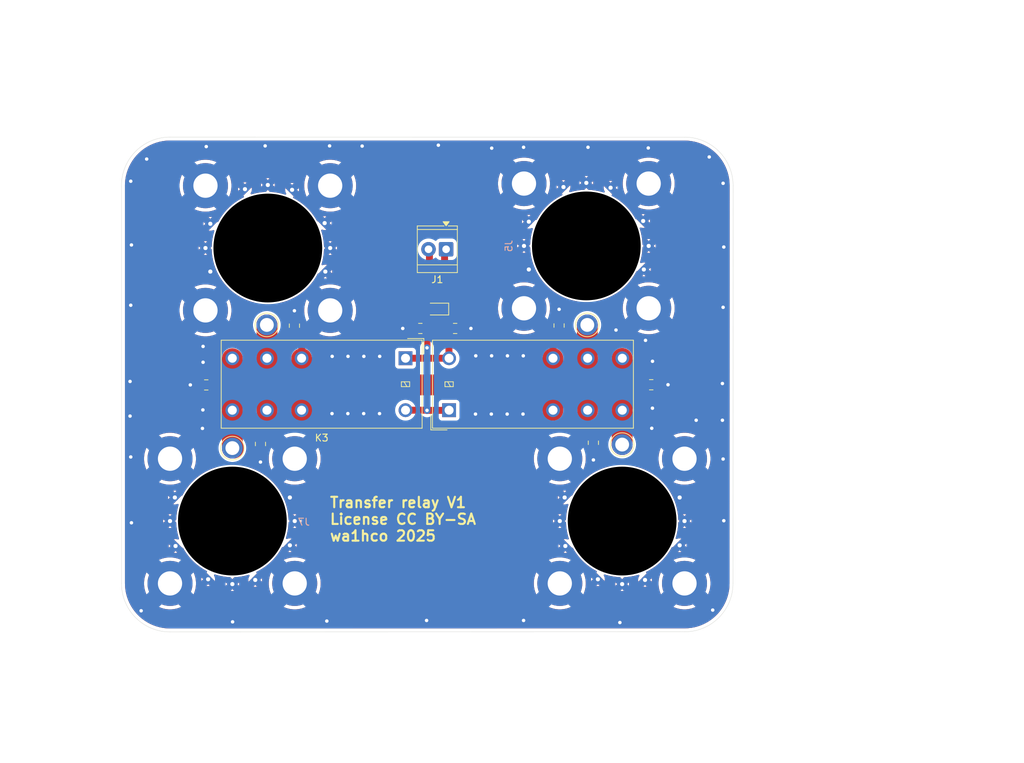
<source format=kicad_pcb>
(kicad_pcb (version 20241229) (generator "pcbnew") (generator_version "9.0")
  (layers (0 "F.Cu" signal) (2 "B.Cu" signal) (13 "F.Paste" user) (15 "B.Paste" user) (5 "F.SilkS" user "F.Silkscreen") (7 "B.SilkS" user "B.Silkscreen") (1 "F.Mask" user) (3 "B.Mask" user) (25 "Edge.Cuts" user))
  (net 0 "")
  (net 1 "/12V")
  (net 2 "GND")
  (net 3 "/Amp\\")
  (net 4 "Net-(C1-Pad2)")
  (net 5 "Net-(C6-Pad1)")
  (net 6 "Net-(C2-Pad1)")
  (net 7 "Net-(C4-Pad1)")
  (net 8 "Net-(C5-Pad2)")
  (footprint "TestPoint:TestPoint_Plated_Hole_D2.0mm" (layer "F.Cu") (at 114.046 91.44)
    (property "Reference" "H2" (hide yes))
    (property "Value" "MountingHole_Pad" (hide yes))
    (fp_circle (center 0 0) (end 0 -1.7) (stroke (width 0.12)) (fill no) (layer "F.SilkS"))
    (pad "1" thru_hole circle (at 0 0) (size 3 3) (drill 2) (layers "*.Cu" "*.Mask") (net 8 "Net-(C5-Pad2)"))
  )
  (footprint "Capacitor_SMD:C_0805_2012Metric" (layer "F.Cu") (at 105.3 100.1 180)
    (property "Reference" "C4" (hide yes))
    (property "Value" "5p" (hide yes))
    (fp_line (start -0.261252 0.735) (end 0.261252 0.735) (stroke (width 0.12)) (layer "F.SilkS"))
    (fp_line (start -0.261252 -0.735) (end 0.261252 -0.735) (stroke (width 0.12)) (layer "F.SilkS"))
    (pad "1" smd roundrect (at -0.95 0 180) (size 1 1.45) (layers "F.Cu" "F.Mask" "F.Paste") (net 7 "Net-(C4-Pad1)"))
    (pad "2" smd roundrect (at 0.95 0 180) (size 1 1.45) (layers "F.Cu" "F.Mask" "F.Paste") (net 2 "GND"))
  )
  (footprint "Capacitor_SMD:C_0805_2012Metric" (layer "F.Cu") (at 113.125 108.625 90)
    (property "Reference" "C5" (hide yes))
    (property "Value" "5p" (hide yes))
    (fp_line (start -0.261252 -0.735) (end 0.261252 -0.735) (stroke (width 0.12)) (layer "F.SilkS"))
    (fp_line (start -0.261252 0.735) (end 0.261252 0.735) (stroke (width 0.12)) (layer "F.SilkS"))
    (pad "1" smd roundrect (at -0.95 0 90) (size 1 1.45) (layers "F.Cu" "F.Mask" "F.Paste") (net 2 "GND"))
    (pad "2" smd roundrect (at 0.95 0 90) (size 1 1.45) (layers "F.Cu" "F.Mask" "F.Paste") (net 8 "Net-(C5-Pad2)"))
  )
  (footprint "Capacitor_SMD:C_0805_2012Metric" (layer "F.Cu") (at 118.025 91.55 90)
    (property "Reference" "C3" (hide yes))
    (property "Value" "5p" (hide yes))
    (fp_line (start -0.261252 -0.735) (end 0.261252 -0.735) (stroke (width 0.12)) (layer "F.SilkS"))
    (fp_line (start -0.261252 0.735) (end 0.261252 0.735) (stroke (width 0.12)) (layer "F.SilkS"))
    (pad "1" smd roundrect (at -0.95 0 90) (size 1 1.45) (layers "F.Cu" "F.Mask" "F.Paste") (net 6 "Net-(C2-Pad1)"))
    (pad "2" smd roundrect (at 0.95 0 90) (size 1 1.45) (layers "F.Cu" "F.Mask" "F.Paste") (net 2 "GND"))
  )
  (footprint "TerminalBlock_TE-Connectivity:TerminalBlock_TE_282834-2_1x02_P2.54mm_Horizontal" (layer "F.Cu") (at 139.92 80.52 180)
    (property "Reference" "J1" (at 1.27 -4.37 180) (layer "F.SilkS"))
    (property "Value" "Screw_Terminal_01x02" (hide yes))
    (fp_line (start 4.16 -3.37) (end 4.16 3.37) (stroke (width 0.12)) (layer "F.SilkS"))
    (fp_line (start 0.3 3.37) (end 4.16 3.37) (stroke (width 0.12)) (layer "F.SilkS"))
    (fp_line (start -1.62 3.37) (end -0.3 3.37) (stroke (width 0.12)) (layer "F.SilkS"))
    (fp_line (start -1.62 2.85) (end 4.16 2.85) (stroke (width 0.12)) (layer "F.SilkS"))
    (fp_line (start -1.62 -2.25) (end 4.16 -2.25) (stroke (width 0.12)) (layer "F.SilkS"))
    (fp_line (start -1.62 -3.37) (end 4.16 -3.37) (stroke (width 0.12)) (layer "F.SilkS"))
    (fp_line (start -1.62 -3.37) (end -1.62 3.37) (stroke (width 0.12)) (layer "F.SilkS"))
    (fp_poly (pts (xy 0 3.37) (xy 0.44 3.98) (xy -0.44 3.98)) (stroke (width 0.12)) (fill yes) (layer "F.SilkS"))
    (pad "1" thru_hole roundrect (at 0 0 180) (size 2.1 2.1) (drill 1.1) (layers "*.Cu" "*.Mask") (roundrect_rratio 0.119048) (net 1 "/12V"))
    (pad "2" thru_hole circle (at 2.54 0 180) (size 2.1 2.1) (drill 1.1) (layers "*.Cu" "*.Mask") (net 3 "/Amp\\"))
  )
  (footprint "Capacitor_SMD:C_0805_2012Metric" (layer "F.Cu") (at 161.175 108.45 90)
    (property "Reference" "C1" (hide yes))
    (property "Value" "5p" (hide yes))
    (fp_line (start -0.261252 -0.735) (end 0.261252 -0.735) (stroke (width 0.12)) (layer "F.SilkS"))
    (fp_line (start -0.261252 0.735) (end 0.261252 0.735) (stroke (width 0.12)) (layer "F.SilkS"))
    (pad "1" smd roundrect (at -0.95 0 90) (size 1 1.45) (layers "F.Cu" "F.Mask" "F.Paste") (net 2 "GND"))
    (pad "2" smd roundrect (at 0.95 0 90) (size 1 1.45) (layers "F.Cu" "F.Mask" "F.Paste") (net 4 "Net-(C1-Pad2)"))
  )
  (footprint "Capacitor_SMD:C_0805_2012Metric" (layer "F.Cu") (at 141.224 91.948)
    (property "Reference" "C8" (hide yes))
    (property "Value" ".01" (hide yes))
    (fp_line (start -0.261252 -0.735) (end 0.261252 -0.735) (stroke (width 0.12)) (layer "F.SilkS"))
    (fp_line (start -0.261252 0.735) (end 0.261252 0.735) (stroke (width 0.12)) (layer "F.SilkS"))
    (pad "1" smd roundrect (at -0.95 0) (size 1 1.45) (layers "F.Cu" "F.Mask" "F.Paste") (net 1 "/12V"))
    (pad "2" smd roundrect (at 0.95 0) (size 1 1.45) (layers "F.Cu" "F.Mask" "F.Paste") (net 2 "GND"))
  )
  (footprint "Relay_4to1:Relay_SPDT_Omron_G2RL-1-E" (layer "F.Cu") (at 114.16 100 -90)
    (property "Reference" "K3" (at 7.75 -7.8 0) (layer "F.SilkS"))
    (property "Value" "G2RL-1-E")
    (fp_line (start -6.35 6.7) (end 6.35 6.7) (stroke (width 0.12)) (layer "F.SilkS"))
    (fp_line (start 6.35 6.7) (end 6.35 -22.3) (stroke (width 0.12)) (layer "F.SilkS"))
    (fp_line (start -0.35 -19.3) (end 0.35 -19.3) (stroke (width 0.12)) (layer "F.SilkS"))
    (fp_line (start 0.35 -19.3) (end 0.35 -20.5) (stroke (width 0.12)) (layer "F.SilkS"))
    (fp_line (start -0.35 -19.7) (end 0.35 -20.1) (stroke (width 0.12)) (layer "F.SilkS"))
    (fp_line (start -6.59 -20.2) (end -6.59 -22.54) (stroke (width 0.12)) (layer "F.SilkS"))
    (fp_line (start -0.35 -20.5) (end -0.35 -19.3) (stroke (width 0.12)) (layer "F.SilkS"))
    (fp_line (start 0.35 -20.5) (end -0.35 -20.5) (stroke (width 0.12)) (layer "F.SilkS"))
    (fp_line (start -6.35 -22.3) (end -6.35 6.7) (stroke (width 0.12)) (layer "F.SilkS"))
    (fp_line (start 6.35 -22.3) (end -6.35 -22.3) (stroke (width 0.12)) (layer "F.SilkS"))
    (fp_line (start -6.59 -22.54) (end -4.4 -22.54) (stroke (width 0.12)) (layer "F.SilkS"))
    (pad "11" thru_hole circle (at -3.75 0.1 270) (size 2 2) (drill 1.3) (layers "*.Cu" "*.Mask") (net 8 "Net-(C5-Pad2)"))
    (pad "11" thru_hole circle (at 3.75 0.1 270) (size 2 2) (drill 1.3) (layers "*.Cu" "*.Mask") (net 8 "Net-(C5-Pad2)"))
    (pad "12" thru_hole circle (at -3.75 -4.9 270) (size 2 2) (drill 1.3) (layers "*.Cu" "*.Mask") (net 6 "Net-(C2-Pad1)"))
    (pad "12" thru_hole circle (at 3.75 -4.9 270) (size 2 2) (drill 1.3) (layers "*.Cu" "*.Mask") (net 6 "Net-(C2-Pad1)"))
    (pad "14" thru_hole circle (at -3.75 5.1 270) (size 2 2) (drill 1.3) (layers "*.Cu" "*.Mask") (net 7 "Net-(C4-Pad1)"))
    (pad "14" thru_hole circle (at 3.75 5.1 270) (size 2 2) (drill 1.3) (layers "*.Cu" "*.Mask") (net 7 "Net-(C4-Pad1)"))
    (pad "A1" thru_hole rect (at -3.75 -19.9 270) (size 2 2) (drill 1.3) (layers "*.Cu" "*.Mask") (net 1 "/12V"))
    (pad "A2" thru_hole circle (at 3.75 -19.9 270) (size 2 2) (drill 1.3) (layers "*.Cu" "*.Mask") (net 3 "/Amp\\"))
  )
  (footprint "TestPoint:TestPoint_Plated_Hole_D2.0mm" (layer "F.Cu") (at 160.3 91.44)
    (property "Reference" "H4" (hide yes))
    (property "Value" "MountingHole_Pad" (hide yes))
    (fp_circle (center 0 0) (end 0 -1.7) (stroke (width 0.12)) (fill no) (layer "F.SilkS"))
    (pad "1" thru_hole circle (at 0 0) (size 3 3) (drill 2) (layers "*.Cu" "*.Mask") (net 4 "Net-(C1-Pad2)"))
  )
  (footprint "Capacitor_SMD:C_0805_2012Metric" (layer "F.Cu") (at 136.2 91.95 180)
    (property "Reference" "C14" (hide yes))
    (property "Value" ".01" (hide yes))
    (fp_line (start -0.261252 0.735) (end 0.261252 0.735) (stroke (width 0.12)) (layer "F.SilkS"))
    (fp_line (start -0.261252 -0.735) (end 0.261252 -0.735) (stroke (width 0.12)) (layer "F.SilkS"))
    (pad "1" smd roundrect (at -0.95 0 180) (size 1 1.45) (layers "F.Cu" "F.Mask" "F.Paste") (net 3 "/Amp\\"))
    (pad "2" smd roundrect (at 0.95 0 180) (size 1 1.45) (layers "F.Cu" "F.Mask" "F.Paste") (net 2 "GND"))
  )
  (footprint "TestPoint:TestPoint_Plated_Hole_D2.0mm" (layer "F.Cu") (at 165.3286 108.712)
    (property "Reference" "H1" (hide yes))
    (property "Value" "MountingHole_Pad" (hide yes))
    (fp_circle (center 0 0) (end 0 -1.7) (stroke (width 0.12)) (fill no) (layer "F.SilkS"))
    (pad "1" thru_hole circle (at 0 0) (size 3 3) (drill 2) (layers "*.Cu" "*.Mask") (net 5 "Net-(C6-Pad1)"))
  )
  (footprint "TestPoint:TestPoint_Plated_Hole_D2.0mm" (layer "F.Cu") (at 109.0676 109.22)
    (property "Reference" "H3" (hide yes))
    (property "Value" "MountingHole_Pad" (hide yes))
    (fp_circle (center 0 0) (end 0 -1.7) (stroke (width 0.12)) (fill no) (layer "F.SilkS"))
    (pad "1" thru_hole circle (at 0 0) (size 3 3) (drill 2) (layers "*.Cu" "*.Mask") (net 7 "Net-(C4-Pad1)"))
  )
  (footprint "Capacitor_SMD:C_0805_2012Metric" (layer "F.Cu") (at 169.525 100.075)
    (property "Reference" "C6" (hide yes))
    (property "Value" "5p" (hide yes))
    (fp_line (start -0.261252 -0.735) (end 0.261252 -0.735) (stroke (width 0.12)) (layer "F.SilkS"))
    (fp_line (start -0.261252 0.735) (end 0.261252 0.735) (stroke (width 0.12)) (layer "F.SilkS"))
    (pad "1" smd roundrect (at -0.95 0) (size 1 1.45) (layers "F.Cu" "F.Mask" "F.Paste") (net 5 "Net-(C6-Pad1)"))
    (pad "2" smd roundrect (at 0.95 0) (size 1 1.45) (layers "F.Cu" "F.Mask" "F.Paste") (net 2 "GND"))
  )
  (footprint "Relay_4to1:Relay_SPDT_Omron_G2RL-1-E" (layer "F.Cu") (at 160.25 100 90)
    (property "Reference" "K2" (hide yes))
    (property "Value" "G2RL-1-E" (hide yes))
    (fp_line (start -6.59 -22.54) (end -4.4 -22.54) (stroke (width 0.12)) (layer "F.SilkS"))
    (fp_line (start 6.35 -22.3) (end -6.35 -22.3) (stroke (width 0.12)) (layer "F.SilkS"))
    (fp_line (start -6.35 -22.3) (end -6.35 6.7) (stroke (width 0.12)) (layer "F.SilkS"))
    (fp_line (start 0.35 -20.5) (end -0.35 -20.5) (stroke (width 0.12)) (layer "F.SilkS"))
    (fp_line (start -0.35 -20.5) (end -0.35 -19.3) (stroke (width 0.12)) (layer "F.SilkS"))
    (fp_line (start -6.59 -20.2) (end -6.59 -22.54) (stroke (width 0.12)) (layer "F.SilkS"))
    (fp_line (start -0.35 -19.7) (end 0.35 -20.1) (stroke (width 0.12)) (layer "F.SilkS"))
    (fp_line (start 0.35 -19.3) (end 0.35 -20.5) (stroke (width 0.12)) (layer "F.SilkS"))
    (fp_line (start -0.35 -19.3) (end 0.35 -19.3) (stroke (width 0.12)) (layer "F.SilkS"))
    (fp_line (start 6.35 6.7) (end 6.35 -22.3) (stroke (width 0.12)) (layer "F.SilkS"))
    (fp_line (start -6.35 6.7) (end 6.35 6.7) (stroke (width 0.12)) (layer "F.SilkS"))
    (pad "11" thru_hole circle (at -3.75 0.1 90) (size 2 2) (drill 1.3) (layers "*.Cu" "*.Mask") (net 4 "Net-(C1-Pad2)"))
    (pad "11" thru_hole circle (at 3.75 0.1 90) (size 2 2) (drill 1.3) (layers "*.Cu" "*.Mask") (net 4 "Net-(C1-Pad2)"))
    (pad "12" thru_hole circle (at -3.75 -4.9 90) (size 2 2) (drill 1.3) (layers "*.Cu" "*.Mask") (net 6 "Net-(C2-Pad1)"))
    (pad "12" thru_hole circle (at 3.75 -4.9 90) (size 2 2) (drill 1.3) (layers "*.Cu" "*.Mask") (net 6 "Net-(C2-Pad1)"))
    (pad "14" thru_hole circle (at -3.75 5.1 90) (size 2 2) (drill 1.3) (layers "*.Cu" "*.Mask") (net 5 "Net-(C6-Pad1)"))
    (pad "14" thru_hole circle (at 3.75 5.1 90) (size 2 2) (drill 1.3) (layers "*.Cu" "*.Mask") (net 5 "Net-(C6-Pad1)"))
    (pad "A1" thru_hole rect (at -3.75 -19.9 90) (size 2 2) (drill 1.3) (layers "*.Cu" "*.Mask") (net 3 "/Amp\\"))
    (pad "A2" thru_hole circle (at 3.75 -19.9 90) (size 2 2) (drill 1.3) (layers "*.Cu" "*.Mask") (net 1 "/12V"))
  )
  (footprint "Capacitor_SMD:C_0805_2012Metric" (layer "F.Cu") (at 156.225 91.525 90)
    (property "Reference" "C2" (hide yes))
    (property "Value" "5p" (hide yes))
    (fp_line (start -0.261252 -0.735) (end 0.261252 -0.735) (stroke (width 0.12)) (layer "F.SilkS"))
    (fp_line (start -0.261252 0.735) (end 0.261252 0.735) (stroke (width 0.12)) (layer "F.SilkS"))
    (pad "1" smd roundrect (at -0.95 0 90) (size 1 1.45) (layers "F.Cu" "F.Mask" "F.Paste") (net 6 "Net-(C2-Pad1)"))
    (pad "2" smd roundrect (at 0.95 0 90) (size 1 1.45) (layers "F.Cu" "F.Mask" "F.Paste") (net 2 "GND"))
  )
  (footprint "Diode_SMD:D_SOD-323" (layer "F.Cu") (at 138.684 89.154 180)
    (property "Reference" "D1" (hide yes))
    (property "Value" "D" (hide yes))
    (fp_line (start -1.61 0.85) (end 1.05 0.85) (stroke (width 0.12)) (layer "F.SilkS"))
    (fp_line (start -1.61 -0.85) (end 1.05 -0.85) (stroke (width 0.12)) (layer "F.SilkS"))
    (fp_line (start -1.61 -0.85) (end -1.61 0.85) (stroke (width 0.12)) (layer "F.SilkS"))
    (pad "1" smd roundrect (at -1.05 0 180) (size 0.6 0.45) (layers "F.Cu" "F.Mask" "F.Paste") (net 1 "/12V"))
    (pad "2" smd roundrect (at 1.05 0 180) (size 0.6 0.45) (layers "F.Cu" "F.Mask" "F.Paste") (net 3 "/Amp\\"))
  )
  (footprint "Relay_4to1:UHF_SO-239" (layer "B.Cu") (at 114.185818 80.343989)
    (property "Reference" "J8" (hide yes))
    (property "Value" "SO-239" (hide yes))
    (pad "" np_thru_hole circle (at 0 0) (size 16.8 16.8) (drill 15.7) (layers))
    (pad "2" thru_hole circle (at -9 -9) (size 6.5 6.5) (drill 3.5) (layers "*.Cu" "*.Mask") (net 2 "GND"))
    (pad "2" thru_hole circle (at -9 0) (size 1 1) (drill 0.6) (layers "*.Cu" "*.Mask") (net 2 "GND"))
    (pad "2" thru_hole circle (at -9 9) (size 6.5 6.5) (drill 3.5) (layers "*.Cu" "*.Mask") (net 2 "GND"))
    (pad "2" thru_hole circle (at -8.3 -3.5) (size 1 1) (drill 0.6) (layers "*.Cu" "*.Mask") (net 2 "GND"))
    (pad "2" thru_hole circle (at -8.3 3.4) (size 1 1) (drill 0.6) (layers "*.Cu" "*.Mask") (net 2 "GND"))
    (pad "2" thru_hole circle (at -3.3 -8.5) (size 1 1) (drill 0.6) (layers "*.Cu" "*.Mask") (net 2 "GND"))
    (pad "2" thru_hole circle (at 0 -9.1) (size 1 1) (drill 0.6) (layers "*.Cu" "*.Mask") (net 2 "GND"))
    (pad "2" thru_hole circle (at 3.5 -8.4) (size 1 1) (drill 0.6) (layers "*.Cu" "*.Mask") (net 2 "GND"))
    (pad "2" thru_hole circle (at 8.2 -3.6) (size 1 1) (drill 0.6) (layers "*.Cu" "*.Mask") (net 2 "GND"))
    (pad "2" thru_hole circle (at 8.3 3.4) (size 1 1) (drill 0.6) (layers "*.Cu" "*.Mask") (net 2 "GND"))
    (pad "2" thru_hole circle (at 9 -9) (size 6.5 6.5) (drill 3.5) (layers "*.Cu" "*.Mask") (net 2 "GND"))
    (pad "2" thru_hole circle (at 9 0) (size 1 1) (drill 0.6) (layers "*.Cu" "*.Mask") (net 2 "GND"))
    (pad "2" thru_hole circle (at 9 9) (size 6.5 6.5) (drill 3.5) (layers "*.Cu" "*.Mask") (net 2 "GND"))
  )
  (footprint "Relay_4to1:UHF_SO-239" (layer "B.Cu") (at 165.3286 119.751139 180)
    (property "Reference" "J6" (hide yes))
    (property "Value" "SO-239" (hide yes))
    (pad "" np_thru_hole circle (at 0 0 180) (size 16.8 16.8) (drill 15.7) (layers))
    (pad "2" thru_hole circle (at -9 -9 180) (size 6.5 6.5) (drill 3.5) (layers "*.Cu" "*.Mask") (net 2 "GND"))
    (pad "2" thru_hole circle (at -9 0 180) (size 1 1) (drill 0.6) (layers "*.Cu" "*.Mask") (net 2 "GND"))
    (pad "2" thru_hole circle (at -9 9 180) (size 6.5 6.5) (drill 3.5) (layers "*.Cu" "*.Mask") (net 2 "GND"))
    (pad "2" thru_hole circle (at -8.3 -3.5 180) (size 1 1) (drill 0.6) (layers "*.Cu" "*.Mask") (net 2 "GND"))
    (pad "2" thru_hole circle (at -8.3 3.4 180) (size 1 1) (drill 0.6) (layers "*.Cu" "*.Mask") (net 2 "GND"))
    (pad "2" thru_hole circle (at -3.3 -8.5 180) (size 1 1) (drill 0.6) (layers "*.Cu" "*.Mask") (net 2 "GND"))
    (pad "2" thru_hole circle (at 0 -9.1 180) (size 1 1) (drill 0.6) (layers "*.Cu" "*.Mask") (net 2 "GND"))
    (pad "2" thru_hole circle (at 3.5 -8.4 180) (size 1 1) (drill 0.6) (layers "*.Cu" "*.Mask") (net 2 "GND"))
    (pad "2" thru_hole circle (at 8.2 -3.6 180) (size 1 1) (drill 0.6) (layers "*.Cu" "*.Mask") (net 2 "GND"))
    (pad "2" thru_hole circle (at 8.3 3.4 180) (size 1 1) (drill 0.6) (layers "*.Cu" "*.Mask") (net 2 "GND"))
    (pad "2" thru_hole circle (at 9 -9 180) (size 6.5 6.5) (drill 3.5) (layers "*.Cu" "*.Mask") (net 2 "GND"))
    (pad "2" thru_hole circle (at 9 0 180) (size 1 1) (drill 0.6) (layers "*.Cu" "*.Mask") (net 2 "GND"))
    (pad "2" thru_hole circle (at 9 9 180) (size 6.5 6.5) (drill 3.5) (layers "*.Cu" "*.Mask") (net 2 "GND"))
  )
  (footprint "Relay_4to1:UHF_SO-239" (layer "B.Cu") (at 160.159818 80.039189)
    (property "Reference" "J5" (at -11.184818 0.010811 90) (layer "B.SilkS") (effects (justify mirror)))
    (property "Value" "SO-239" (hide yes))
    (pad "" np_thru_hole circle (at 0 0) (size 16.8 16.8) (drill 15.7) (layers))
    (pad "2" thru_hole circle (at -9 -9) (size 6.5 6.5) (drill 3.5) (layers "*.Cu" "*.Mask") (net 2 "GND"))
    (pad "2" thru_hole circle (at -9 0) (size 1 1) (drill 0.6) (layers "*.Cu" "*.Mask") (net 2 "GND"))
    (pad "2" thru_hole circle (at -9 9) (size 6.5 6.5) (drill 3.5) (layers "*.Cu" "*.Mask") (net 2 "GND"))
    (pad "2" thru_hole circle (at -8.3 -3.5) (size 1 1) (drill 0.6) (layers "*.Cu" "*.Mask") (net 2 "GND"))
    (pad "2" thru_hole circle (at -8.3 3.4) (size 1 1) (drill 0.6) (layers "*.Cu" "*.Mask") (net 2 "GND"))
    (pad "2" thru_hole circle (at -3.3 -8.5) (size 1 1) (drill 0.6) (layers "*.Cu" "*.Mask") (net 2 "GND"))
    (pad "2" thru_hole circle (at 0 -9.1) (size 1 1) (drill 0.6) (layers "*.Cu" "*.Mask") (net 2 "GND"))
    (pad "2" thru_hole circle (at 3.5 -8.4) (size 1 1) (drill 0.6) (layers "*.Cu" "*.Mask") (net 2 "GND"))
    (pad "2" thru_hole circle (at 8.2 -3.6) (size 1 1) (drill 0.6) (layers "*.Cu" "*.Mask") (net 2 "GND"))
    (pad "2" thru_hole circle (at 8.3 3.4) (size 1 1) (drill 0.6) (layers "*.Cu" "*.Mask") (net 2 "GND"))
    (pad "2" thru_hole circle (at 9 -9) (size 6.5 6.5) (drill 3.5) (layers "*.Cu" "*.Mask") (net 2 "GND"))
    (pad "2" thru_hole circle (at 9 0) (size 1 1) (drill 0.6) (layers "*.Cu" "*.Mask") (net 2 "GND"))
    (pad "2" thru_hole circle (at 9 9) (size 6.5 6.5) (drill 3.5) (layers "*.Cu" "*.Mask") (net 2 "GND"))
  )
  (footprint "Relay_4to1:UHF_SO-239" (layer "B.Cu") (at 109.0676 119.751139 180)
    (property "Reference" "J7" (at -10.312918 -0.136861 180) (layer "B.SilkS") (effects (justify mirror)))
    (property "Value" "SO-239" (hide yes))
    (pad "" np_thru_hole circle (at 0 0 180) (size 16.8 16.8) (drill 15.7) (layers))
    (pad "2" thru_hole circle (at -9 -9 180) (size 6.5 6.5) (drill 3.5) (layers "*.Cu" "*.Mask") (net 2 "GND"))
    (pad "2" thru_hole circle (at -9 0 180) (size 1 1) (drill 0.6) (layers "*.Cu" "*.Mask") (net 2 "GND"))
    (pad "2" thru_hole circle (at -9 9 180) (size 6.5 6.5) (drill 3.5) (layers "*.Cu" "*.Mask") (net 2 "GND"))
    (pad "2" thru_hole circle (at -8.3 -3.5 180) (size 1 1) (drill 0.6) (layers "*.Cu" "*.Mask") (net 2 "GND"))
    (pad "2" thru_hole circle (at -8.3 3.4 180) (size 1 1) (drill 0.6) (layers "*.Cu" "*.Mask") (net 2 "GND"))
    (pad "2" thru_hole circle (at -3.3 -8.5 180) (size 1 1) (drill 0.6) (layers "*.Cu" "*.Mask") (net 2 "GND"))
    (pad "2" thru_hole circle (at 0 -9.1 180) (size 1 1) (drill 0.6) (layers "*.Cu" "*.Mask") (net 2 "GND"))
    (pad "2" thru_hole circle (at 3.5 -8.4 180) (size 1 1) (drill 0.6) (layers "*.Cu" "*.Mask") (net 2 "GND"))
    (pad "2" thru_hole circle (at 8.2 -3.6 180) (size 1 1) (drill 0.6) (layers "*.Cu" "*.Mask") (net 2 "GND"))
    (pad "2" thru_hole circle (at 8.3 3.4 180) (size 1 1) (drill 0.6) (layers "*.Cu" "*.Mask") (net 2 "GND"))
    (pad "2" thru_hole circle (at 9 -9 180) (size 6.5 6.5) (drill 3.5) (layers "*.Cu" "*.Mask") (net 2 "GND"))
    (pad "2" thru_hole circle (at 9 0 180) (size 1 1) (drill 0.6) (layers "*.Cu" "*.Mask") (net 2 "GND"))
    (pad "2" thru_hole circle (at 9 9 180) (size 6.5 6.5) (drill 3.5) (layers "*.Cu" "*.Mask") (net 2 "GND"))
  )
  (gr_arc (start 100.066846 135.753713) (mid 95.111637 133.69873) (end 93.065082 128.740034) (stroke (width 0.05)) (layer "Edge.Cuts"))
  (gr_line (start 100.050968 64.328335) (end 174.345082 64.337322) (stroke (width 0.05)) (layer "Edge.Cuts"))
  (gr_arc (start 93.061143 71.465813) (mid 95.060386 66.432966) (end 100.050082 64.328339) (stroke (width 0.05)) (layer "Edge.Cuts"))
  (gr_line (start 93.065082 128.740034) (end 93.065082 71.465739) (stroke (width 0.05)) (layer "Edge.Cuts"))
  (gr_arc (start 181.329762 128.751939) (mid 179.283997 133.690854) (end 174.345082 135.736619) (stroke (width 0.05)) (layer "Edge.Cuts"))
  (gr_arc (start 174.345082 64.335486) (mid 179.294831 66.385739) (end 181.345084 71.335488) (stroke (width 0.05)) (layer "Edge.Cuts"))
  (gr_line (start 174.345082 135.736561) (end 100.066846 135.753713) (stroke (width 0.05)) (layer "Edge.Cuts"))
  (gr_line (start 181.345084 71.335489) (end 181.330082 128.746289) (stroke (width 0.05)) (layer "Edge.Cuts"))
  (gr_text "Transfer relay V1\nLicense CC BY-SA\nwa1hco 2025" (at 123 122.78 0) (layer "F.SilkS") (effects (font (size 1.5 1.5) (thickness 0.3) (bold yes)) (justify left bottom)))
  (segment (start 140.331082 89.751082) (end 139.734 89.154) (width 1) (layer "F.Cu") (net 1))
  (segment (start 139.734 89.154) (end 139.7 89.12) (width 1) (layer "F.Cu") (net 1))
  (segment (start 139.7 80.88) (end 139.92 80.66) (width 1) (layer "F.Cu") (net 1))
  (segment (start 139.7 89.12) (end 139.7 80.88) (width 1) (layer "F.Cu") (net 1))
  (segment (start 139.92 80.66) (end 139.92 80.52) (width 1) (layer "F.Cu") (net 1))
  (segment (start 140.35 96.25) (end 134.06 96.25) (width 1) (layer "F.Cu") (net 1))
  (segment (start 140.331082 96.273139) (end 140.331082 89.751082) (width 1) (layer "F.Cu") (net 1))
  (segment (start 104.35 100.1) (end 102.99 100.1) (width 1) (layer "F.Cu") (net 2))
  (segment (start 161.175 110.925) (end 161.17 110.93) (width 1) (layer "F.Cu") (net 2))
  (segment (start 143.5 91.948) (end 142.174 91.948) (width 1) (layer "F.Cu") (net 2))
  (segment (start 161.175 109.4) (end 161.175 110.925) (width 1) (layer "F.Cu") (net 2))
  (segment (start 170.475 100.075) (end 171.95 100.075) (width 1) (layer "F.Cu") (net 2))
  (segment (start 113.125 109.575) (end 113.125 111.235) (width 1) (layer "F.Cu") (net 2))
  (segment (start 156.225 89.195) (end 156.23 89.19) (width 1) (layer "F.Cu") (net 2))
  (segment (start 135.25 91.95) (end 133.66 91.95) (width 1) (layer "F.Cu") (net 2))
  (segment (start 118.025 90.6) (end 118.025 89.395) (width 1) (layer "F.Cu") (net 2))
  (segment (start 156.225 90.575) (end 156.225 89.195) (width 1) (layer "F.Cu") (net 2))
  (via (at 179.9 110.8) (size 1) (drill 0.5) (layers "F.Cu" "B.Cu") (net 2))
  (via (at 179.9 71) (size 1) (drill 0.5) (layers "F.Cu" "B.Cu") (net 2))
  (via (at 105.3 65.7) (size 1) (drill 0.5) (layers "F.Cu" "B.Cu") (net 2))
  (via (at 176.014 105.2) (size 1) (drill 0.5) (layers "F.Cu" "B.Cu") (net 2))
  (via (at 104.75 106.38) (size 1) (drill 0.5) (layers "F.Cu" "B.Cu") (net 2))
  (via (at 109.1 134.3) (size 1) (drill 0.5) (layers "F.Cu" "B.Cu") (net 2))
  (via (at 179.9 88.9) (size 1) (drill 0.5) (layers "F.Cu" "B.Cu") (net 2))
  (via (at 171.95 100.075) (size 1) (drill 0.5) (layers "F.Cu" "B.Cu") (net 2))
  (via (at 177.9 67.2) (size 1) (drill 0.5) (layers "F.Cu" "B.Cu") (net 2))
  (via (at 104.84 96.83) (size 1) (drill 0.5) (layers "F.Cu" "B.Cu") (net 2))
  (via (at 94.3 104.6) (size 1) (drill 0.5) (layers "F.Cu" "B.Cu") (net 2))
  (via (at 94.4 88.6) (size 1) (drill 0.5) (layers "F.Cu" "B.Cu") (net 2))
  (via (at 94.4 110.5) (size 1) (drill 0.5) (layers "F.Cu" "B.Cu") (net 2))
  (via (at 156.23 89.19) (size 1) (drill 0.5) (layers "F.Cu" "B.Cu") (net 2))
  (via (at 94.5 79.9) (size 1) (drill 0.5) (layers "F.Cu" "B.Cu") (net 2))
  (via (at 130.332 95.98) (size 1) (drill 0.5) (layers "F.Cu" "B.Cu") (net 2))
  (via (at 94.3 99.6) (size 1) (drill 0.5) (layers "F.Cu" "B.Cu") (net 2))
  (via (at 94.5 120) (size 1) (drill 0.5) (layers "F.Cu" "B.Cu") (net 2))
  (via (at 169.71 96.69) (size 1) (drill 0.5) (layers "F.Cu" "B.Cu") (net 2))
  (via (at 127.8 65.628) (size 1) (drill 0.5) (layers "F.Cu" "B.Cu") (net 2))
  (via (at 130.308 104.24) (size 1) (drill 0.5) (layers "F.Cu" "B.Cu") (net 2))
  (via (at 146.5 65.928) (size 1) (drill 0.5) (layers "F.Cu" "B.Cu") (net 2))
  (via (at 180 119.7) (size 1) (drill 0.5) (layers "F.Cu" "B.Cu") (net 2))
  (via (at 125.76 95.98) (size 1) (drill 0.5) (layers "F.Cu" "B.Cu") (net 2))
  (via (at 160.4 65.8) (size 1) (drill 0.5) (layers "F.Cu" "B.Cu") (net 2))
  (via (at 151.018 104.31) (size 1) (drill 0.5) (layers "F.Cu" "B.Cu") (net 2))
  (via (at 123.45 104.24) (size 1) (drill 0.5) (layers "F.Cu" "B.Cu") (net 2))
  (via (at 169.7 103.46) (size 1) (drill 0.5) (layers "F.Cu" "B.Cu") (net 2))
  (via (at 161.18 110.93) (size 1) (drill 0.5) (layers "F.Cu" "B.Cu") (net 2))
  (via (at 123.474 95.98) (size 1) (drill 0.5) (layers "F.Cu" "B.Cu") (net 2))
  (via (at 103 100.1) (size 1) (drill 0.5) (layers "F.Cu" "B.Cu") (net 2))
  (via (at 104.84 94.544) (size 1) (drill 0.5) (layers "F.Cu" "B.Cu") (net 2))
  (via (at 168.7 93.67) (size 1) (drill 0.5) (layers "F.Cu" "B.Cu") (net 2))
  (via (at 95.9 132.7) (size 1) (drill 0.5) (layers "F.Cu" "B.Cu") (net 2))
  (via (at 113.8 65.6) (size 1) (drill 0.5) (layers "F.Cu" "B.Cu") (net 2))
  (via (at 146.486 95.9) (size 1) (drill 0.5) (layers "F.Cu" "B.Cu") (net 2))
  (via (at 169.1 65.9) (size 1) (drill 0.5) (layers "F.Cu" "B.Cu") (net 2))
  (via (at 146.446 104.31) (size 1) (drill 0.5) (layers "F.Cu" "B.Cu") (net 2))
  (via (at 118.025 89.395) (size 1) (drill 0.5) (layers "F.Cu" "B.Cu") (net 2))
  (via (at 179.8 105.2) (size 1) (drill 0.5) (layers "F.Cu" "B.Cu") (net 2))
  (via (at 143.5 91.948) (size 1) (drill 0.5) (layers "F.Cu" "B.Cu") (net 2))
  (via (at 148.732 104.31) (size 1) (drill 0.5) (layers "F.Cu" "B.Cu") (net 2))
  (via (at 180 80.2) (size 1) (drill 0.5) (layers "F.Cu" "B.Cu") (net 2))
  (via (at 113.125 111.235) (size 1) (drill 0.5) (layers "F.Cu" "B.Cu") (net 2))
  (via (at 178.4 132.6) (size 1) (drill 0.5) (layers "F.Cu" "B.Cu") (net 2))
  (via (at 144.16 104.31) (size 1) (drill 0.5) (layers "F.Cu" "B.Cu") (net 2))
  (via (at 138.8 65.5) (size 1) (drill 0.5) (layers "F.Cu" "B.Cu") (net 2))
  (via (at 128.046 95.98) (size 1) (drill 0.5) (layers "F.Cu" "B.Cu") (net 2))
  (via (at 125.736 104.24) (size 1) (drill 0.5) (layers "F.Cu" "B.Cu") (net 2))
  (via (at 165 134.4) (size 1) (drill 0.5) (layers "F.Cu" "B.Cu") (net 2))
  (via (at 151.1 134.1) (size 1) (drill 0.5) (layers "F.Cu" "B.Cu") (net 2))
  (via (at 104.81 103.71) (size 1) (drill 0.5) (layers "F.Cu" "B.Cu") (net 2))
  (via (at 128.022 104.24) (size 1) (drill 0.5) (layers "F.Cu" "B.Cu") (net 2))
  (via (at 148.772 95.9) (size 1) (drill 0.5) (layers "F.Cu" "B.Cu") (net 2))
  (via (at 179.8 99.9) (size 1) (drill 0.5) (layers "F.Cu" "B.Cu") (net 2))
  (via (at 133.66 91.95) (size 1) (drill 0.5) (layers "F.Cu" "B.Cu") (net 2))
  (via (at 169.6 106.359975) (size 1) (drill 0.5) (layers "F.Cu" "B.Cu") (net 2))
  (via (at 164.44 92.18) (size 1) (drill 0.5) (layers "F.Cu" "B.Cu") (net 2))
  (via (at 123.1 65.6) (size 1) (drill 0.5) (layers "F.Cu" "B.Cu") (net 2))
  (via (at 137.1 134.1) (size 1) (drill 0.5) (layers "F.Cu" "B.Cu") (net 2))
  (via (at 96.7 67.5) (size 1) (drill 0.5) (layers "F.Cu" "B.Cu") (net 2))
  (via (at 151.1 65.8) (size 1) (drill 0.5) (layers "F.Cu" "B.Cu") (net 2))
  (via (at 151.058 95.9) (size 1) (drill 0.5) (layers "F.Cu" "B.Cu") (net 2))
  (via (at 94.4 70.7) (size 1) (drill 0.5) (layers "F.Cu" "B.Cu") (net 2))
  (via (at 122.7 134.186) (size 1) (drill 0.5) (layers "F.Cu" "B.Cu") (net 2))
  (via (at 144.2 95.9) (size 1) (drill 0.5) (layers "F.Cu" "B.Cu") (net 2))
  (segment (start 137.634 89.191) (end 137.634 89.154) (width 1) (layer "F.Cu") (net 3))
  (segment (start 134.06 103.75) (end 137.136861 103.75) (width 1) (layer "F.Cu") (net 3))
  (segment (start 140.331082 103.773139) (end 137.16 103.773139) (width 1) (layer "F.Cu") (net 3))
  (segment (start 137.51 80.65) (end 137.38 80.52) (width 1) (layer "F.Cu") (net 3))
  (segment (start 137.16 89.665) (end 137.634 89.191) (width 1) (layer "F.Cu") (net 3))
  (segment (start 137.634 89.154) (end 137.51 89.03) (width 1) (layer "F.Cu") (net 3))
  (segment (start 137.51 89.03) (end 137.51 80.65) (width 1) (layer "F.Cu") (net 3))
  (segment (start 137.136861 103.75) (end 137.16 103.773139) (width 1) (layer "F.Cu") (net 3))
  (segment (start 137.16 94.742) (end 137.16 89.665) (width 1) (layer "F.Cu") (net 3))
  (via (at 137.16 103.773139) (size 1) (drill 0.5) (layers "F.Cu" "B.Cu") (net 3))
  (via (at 137.16 94.742) (size 1) (drill 0.5) (layers "F.Cu" "B.Cu") (net 3))
  (segment (start 137.16 103.773139) (end 137.16 94.742) (width 1) (layer "B.Cu") (net 3))
  (segment (start 160.3 96.242057) (end 160.3 91.466) (width 3) (layer "F.Cu") (net 4))
  (segment (start 160.3 91.466) (end 160.274 91.44) (width 1) (layer "F.Cu") (net 4))
  (segment (start 160.33 103.774221) (end 160.331082 103.773139) (width 1) (layer "F.Cu") (net 4))
  (segment (start 160.331082 96.273139) (end 160.3 96.242057) (width 1) (layer "F.Cu") (net 4))
  (segment (start 161.175 107.5) (end 160.33 106.655) (width 1) (layer "F.Cu") (net 4))
  (segment (start 160.331082 103.773139) (end 160.331082 96.273139) (width 3) (layer "F.Cu") (net 4))
  (segment (start 160.33 106.655) (end 160.33 103.774221) (width 1) (layer "F.Cu") (net 4))
  (segment (start 168.575 100.075) (end 165.331082 100.075) (width 1) (layer "F.Cu") (net 5))
  (segment (start 165.331082 108.709518) (end 165.3286 108.712) (width 3) (layer "F.Cu") (net 5))
  (segment (start 165.331082 100.075) (end 165.331082 103.773139) (width 3) (layer "F.Cu") (net 5))
  (segment (start 165.331082 96.273139) (end 165.331082 100.075) (width 3) (layer "F.Cu") (net 5))
  (segment (start 165.331082 103.773139) (end 165.331082 108.709518) (width 3) (layer "F.Cu") (net 5))
  (segment (start 118.025 92.5) (end 118.025 93.275) (width 1) (layer "F.Cu") (net 6))
  (segment (start 155.331082 103.773139) (end 155.331082 100.15) (width 3) (layer "F.Cu") (net 6))
  (segment (start 155.35 96.254221) (end 155.331082 96.273139) (width 1) (layer "F.Cu") (net 6))
  (segment (start 119.067882 100.1) (end 155.281082 100.1) (width 3) (layer "F.Cu") (net 6))
  (segment (start 119.06 103.808257) (end 119.06 100.107882) (width 3) (layer "F.Cu") (net 6))
  (segment (start 155.331082 100.15) (end 155.331082 96.273139) (width 3) (layer "F.Cu") (net 6))
  (segment (start 156.225 92.475) (end 155.35 93.35) (width 1) (layer "F.Cu") (net 6))
  (segment (start 119.067882 103.816139) (end 119.06 103.808257) (width 3) (layer "F.Cu") (net 6))
  (segment (start 119.067882 100.1) (end 119.067882 96.316139) (width 3) (layer "F.Cu") (net 6))
  (segment (start 155.281082 100.1) (end 155.331082 100.15) (width 3) (layer "F.Cu") (net 6))
  (segment (start 119.1 96.284021) (end 119.067882 96.316139) (width 1) (layer "F.Cu") (net 6))
  (segment (start 118.025 93.275) (end 119.1 94.35) (width 1) (layer "F.Cu") (net 6))
  (segment (start 119.1 94.35) (end 119.1 96.284021) (width 1) (layer "F.Cu") (net 6))
  (segment (start 155.35 93.35) (end 155.35 96.254221) (width 1) (layer "F.Cu") (net 6))
  (segment (start 119.06 100.107882) (end 119.067882 100.1) (width 3) (layer "F.Cu") (net 6))
  (segment (start 108.825 100.125) (end 109.067882 99.882118) (width 1) (layer "F.Cu") (net 7))
  (segment (start 109.067882 99.882118) (end 109.067882 96.316139) (width 3) (layer "F.Cu") (net 7))
  (segment (start 108.8 100.1) (end 108.825 100.125) (width 1) (layer "F.Cu") (net 7))
  (segment (start 109.067882 109.067882) (end 109.22 109.22) (width 3) (layer "F.Cu") (net 7))
  (segment (start 109.067882 109.219718) (end 109.0676 109.22) (width 3) (layer "F.Cu") (net 7))
  (segment (start 109.067882 103.816139) (end 109.067882 109.219718) (width 3) (layer "F.Cu") (net 7))
  (segment (start 109.067882 103.816139) (end 109.067882 99.882118) (width 3) (layer "F.Cu") (net 7))
  (segment (start 106.25 100.1) (end 108.8 100.1) (width 1) (layer "F.Cu") (net 7))
  (segment (start 113.125 107.675) (end 114.025 106.775) (width 1) (layer "F.Cu") (net 8))
  (segment (start 114.067882 96.316139) (end 114.067882 91.461882) (width 3) (layer "F.Cu") (net 8))
  (segment (start 114.067882 91.461882) (end 114.046 91.44) (width 3) (layer "F.Cu") (net 8))
  (segment (start 114.025 103.859021) (end 114.067882 103.816139) (width 1) (layer "F.Cu") (net 8))
  (segment (start 114.025 106.775) (end 114.025 103.859021) (width 1) (layer "F.Cu") (net 8))
  (segment (start 114.067882 103.816139) (end 114.067882 96.316139) (width 3) (layer "F.Cu") (net 8))
  (zone (net 2) (net_name "GND") (layer "F.Cu") (connect_pads (clearance 2)) (min_thickness 0.25) (fill yes (thermal_gap 0.5) (thermal_bridge_width 2))
    (polygon (pts (xy 93.078218 64.321389) (xy 181.346418 64.321389) (xy 181.346418 135.768589) (xy 93.078218 135.768589)))
  )
  (zone (net 2) (net_name "GND") (layer "B.Cu") (connect_pads (clearance 0.5)) (min_thickness 0.25) (fill yes (thermal_gap 0.5) (thermal_bridge_width 2.54))
    (polygon (pts (xy 93.073482 64.342539) (xy 181.341682 64.321389) (xy 181.341682 135.739739) (xy 93.073482 135.739739)))
  )
)
</source>
